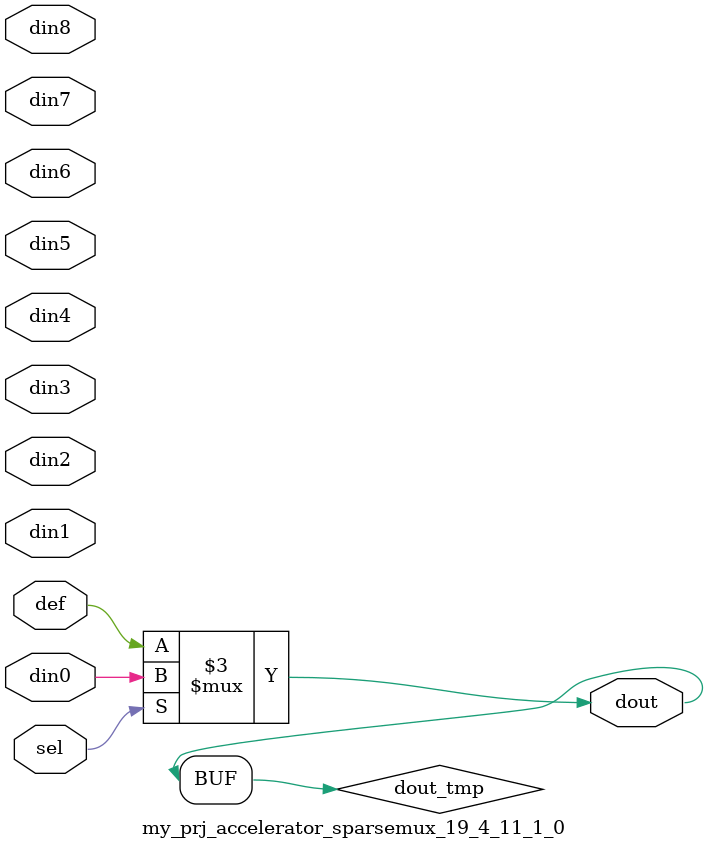
<source format=v>
`timescale 1ns / 1ps

module my_prj_accelerator_sparsemux_19_4_11_1_0 (din0,din1,din2,din3,din4,din5,din6,din7,din8,def,sel,dout);

parameter din0_WIDTH = 1;

parameter din1_WIDTH = 1;

parameter din2_WIDTH = 1;

parameter din3_WIDTH = 1;

parameter din4_WIDTH = 1;

parameter din5_WIDTH = 1;

parameter din6_WIDTH = 1;

parameter din7_WIDTH = 1;

parameter din8_WIDTH = 1;

parameter def_WIDTH = 1;
parameter sel_WIDTH = 1;
parameter dout_WIDTH = 1;

parameter [sel_WIDTH-1:0] CASE0 = 1;

parameter [sel_WIDTH-1:0] CASE1 = 1;

parameter [sel_WIDTH-1:0] CASE2 = 1;

parameter [sel_WIDTH-1:0] CASE3 = 1;

parameter [sel_WIDTH-1:0] CASE4 = 1;

parameter [sel_WIDTH-1:0] CASE5 = 1;

parameter [sel_WIDTH-1:0] CASE6 = 1;

parameter [sel_WIDTH-1:0] CASE7 = 1;

parameter [sel_WIDTH-1:0] CASE8 = 1;

parameter ID = 1;
parameter NUM_STAGE = 1;



input [din0_WIDTH-1:0] din0;

input [din1_WIDTH-1:0] din1;

input [din2_WIDTH-1:0] din2;

input [din3_WIDTH-1:0] din3;

input [din4_WIDTH-1:0] din4;

input [din5_WIDTH-1:0] din5;

input [din6_WIDTH-1:0] din6;

input [din7_WIDTH-1:0] din7;

input [din8_WIDTH-1:0] din8;

input [def_WIDTH-1:0] def;
input [sel_WIDTH-1:0] sel;

output [dout_WIDTH-1:0] dout;



reg [dout_WIDTH-1:0] dout_tmp;

always @ (*) begin
case (sel)
    
    CASE0 : dout_tmp = din0;
    
    CASE1 : dout_tmp = din1;
    
    CASE2 : dout_tmp = din2;
    
    CASE3 : dout_tmp = din3;
    
    CASE4 : dout_tmp = din4;
    
    CASE5 : dout_tmp = din5;
    
    CASE6 : dout_tmp = din6;
    
    CASE7 : dout_tmp = din7;
    
    CASE8 : dout_tmp = din8;
    
    default : dout_tmp = def;
endcase
end


assign dout = dout_tmp;



endmodule

</source>
